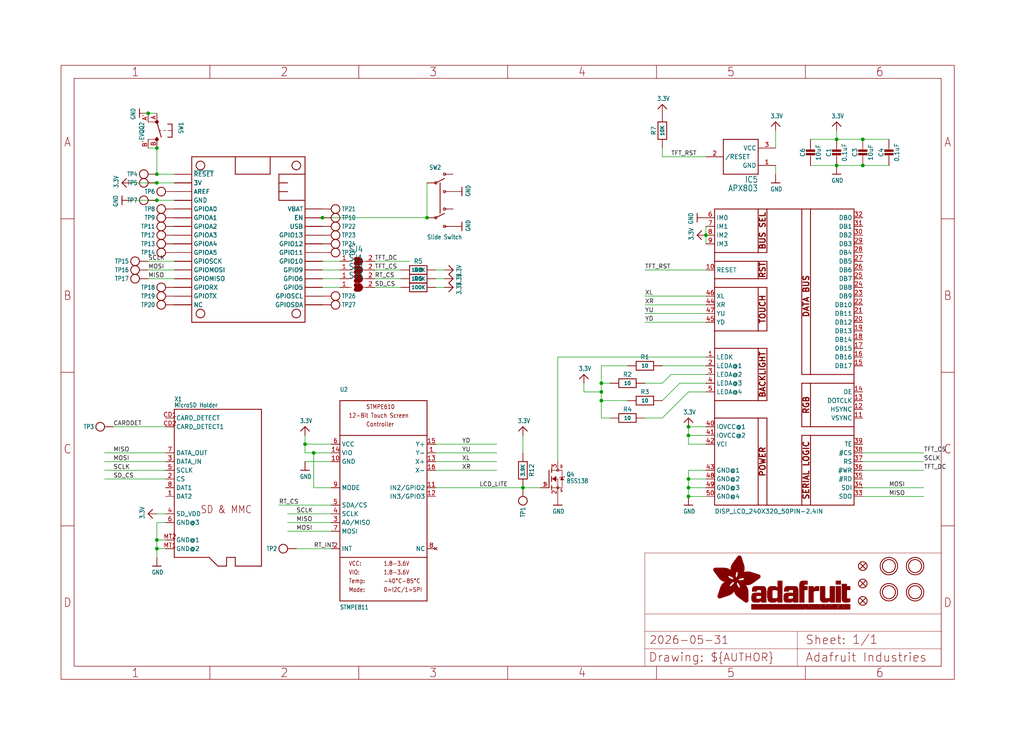
<source format=kicad_sch>
(kicad_sch (version 20230121) (generator eeschema)
  (paper "User" 298.45 217.322)
  (lib_symbols
    (symbol "working-eagle-import:3.3V" (power)
      (property "Value" "3.3V" (at -1.524 1.016 0))
      (symbol "3.3V_1_0"
        (pin power_in line (at 0 -2.54 90) (length 2.54) (name "3.3V") (number "1"))
      )
    )
    (symbol "working-eagle-import:AXP083-SAG"
      (property "Reference" "IC" (at -5.08 -7.62 0))
      (symbol "AXP083-SAG_1_0"
        (pin power_in line (at -10.16 -2.54 0) (length 5.08) (name "GND") (number "1"))
        (pin output line (at 10.16 0 180) (length 5.08) (name "/RESET") (number "2"))
        (pin power_in line (at -10.16 2.54 0) (length 5.08) (name "VCC") (number "3"))
      )
    )
    (symbol "working-eagle-import:CAP_CERAMIC0805-NOOUTLINE"
      (property "Reference" "C" (at -2.29 1.25 90))
      (symbol "CAP_CERAMIC0805-NOOUTLINE_1_0"
        (pin passive line (at 0 5.08 270) (length 2.54) (name "1") (number "1"))
        (pin passive line (at 0 -2.54 90) (length 2.54) (name "2") (number "2"))
      )
    )
    (symbol "working-eagle-import:DISP_LCD_240X320_50PIN-2.4IN"
      (symbol "DISP_LCD_240X320_50PIN-2.4IN_1_0"
        (text "BACKLIGHT" (at -6.35 -7.62 900) (effects (font (size 1.6764 1.6764) (thickness 0.3353) bold)))
        (text "BUS SEL" (at -6.35 34.29 900) (effects (font (size 1.6764 1.6764) (thickness 0.3353) bold)))
        (text "DATA BUS" (at 6.35 15.24 900) (effects (font (size 1.6764 1.6764) (thickness 0.3353) bold)))
        (text "POWER" (at -6.35 -33.02 900) (effects (font (size 1.6764 1.6764) (thickness 0.3353) bold)))
        (text "RGB" (at 6.35 -16.51 900) (effects (font (size 1.6764 1.6764) (thickness 0.3353) bold)))
        (text "RST" (at -6.35 22.86 900) (effects (font (size 1.6764 1.6764) (thickness 0.3353) bold)))
        (text "SERIAL LOGIC" (at 6.35 -35.56 900) (effects (font (size 1.6764 1.6764) (thickness 0.3353) bold)))
        (text "TOUCH" (at -6.35 11.43 900) (effects (font (size 1.6764 1.6764) (thickness 0.3353) bold)))
        (pin bidirectional line (at -22.86 -2.54 0) (length 2.54) (name "LEDK") (number "1"))
        (pin bidirectional line (at -22.86 22.86 0) (length 2.54) (name "RESET") (number "10"))
        (pin bidirectional line (at 22.86 -20.32 180) (length 2.54) (name "VSYNC") (number "11"))
        (pin bidirectional line (at 22.86 -17.78 180) (length 2.54) (name "HSYNC") (number "12"))
        (pin bidirectional line (at 22.86 -15.24 180) (length 2.54) (name "DOTCLK") (number "13"))
        (pin bidirectional line (at 22.86 -12.7 180) (length 2.54) (name "DE") (number "14"))
        (pin bidirectional line (at 22.86 -5.08 180) (length 2.54) (name "DB17") (number "15"))
        (pin bidirectional line (at 22.86 -2.54 180) (length 2.54) (name "DB16") (number "16"))
        (pin bidirectional line (at 22.86 0 180) (length 2.54) (name "DB15") (number "17"))
        (pin bidirectional line (at 22.86 2.54 180) (length 2.54) (name "DB14") (number "18"))
        (pin bidirectional line (at 22.86 5.08 180) (length 2.54) (name "DB13") (number "19"))
        (pin bidirectional line (at -22.86 -5.08 0) (length 2.54) (name "LEDA@1") (number "2"))
        (pin bidirectional line (at 22.86 7.62 180) (length 2.54) (name "DB12") (number "20"))
        (pin bidirectional line (at 22.86 10.16 180) (length 2.54) (name "DB11") (number "21"))
        (pin bidirectional line (at 22.86 12.7 180) (length 2.54) (name "DB10") (number "22"))
        (pin bidirectional line (at 22.86 15.24 180) (length 2.54) (name "DB9") (number "23"))
        (pin bidirectional line (at 22.86 17.78 180) (length 2.54) (name "DB8") (number "24"))
        (pin bidirectional line (at 22.86 20.32 180) (length 2.54) (name "DB7") (number "25"))
        (pin bidirectional line (at 22.86 22.86 180) (length 2.54) (name "DB6") (number "26"))
        (pin bidirectional line (at 22.86 25.4 180) (length 2.54) (name "DB5") (number "27"))
        (pin bidirectional line (at 22.86 27.94 180) (length 2.54) (name "DB4") (number "28"))
        (pin bidirectional line (at 22.86 30.48 180) (length 2.54) (name "DB3") (number "29"))
        (pin bidirectional line (at -22.86 -7.62 0) (length 2.54) (name "LEDA@2") (number "3"))
        (pin bidirectional line (at 22.86 33.02 180) (length 2.54) (name "DB2") (number "30"))
        (pin bidirectional line (at 22.86 35.56 180) (length 2.54) (name "DB1") (number "31"))
        (pin bidirectional line (at 22.86 38.1 180) (length 2.54) (name "DB0") (number "32"))
        (pin bidirectional line (at 22.86 -43.18 180) (length 2.54) (name "SDO") (number "33"))
        (pin bidirectional line (at 22.86 -40.64 180) (length 2.54) (name "SDI") (number "34"))
        (pin bidirectional line (at 22.86 -38.1 180) (length 2.54) (name "#RD") (number "35"))
        (pin bidirectional line (at 22.86 -35.56 180) (length 2.54) (name "#WR") (number "36"))
        (pin bidirectional line (at 22.86 -33.02 180) (length 2.54) (name "RS") (number "37"))
        (pin bidirectional line (at 22.86 -30.48 180) (length 2.54) (name "#CS") (number "38"))
        (pin bidirectional line (at 22.86 -27.94 180) (length 2.54) (name "TE") (number "39"))
        (pin bidirectional line (at -22.86 -10.16 0) (length 2.54) (name "LEDA@3") (number "4"))
        (pin bidirectional line (at -22.86 -22.86 0) (length 2.54) (name "IOVCC@1") (number "40"))
        (pin bidirectional line (at -22.86 -25.4 0) (length 2.54) (name "IOVCC@2") (number "41"))
        (pin bidirectional line (at -22.86 -27.94 0) (length 2.54) (name "VCI") (number "42"))
        (pin bidirectional line (at -22.86 -35.56 0) (length 2.54) (name "GND@1") (number "43"))
        (pin bidirectional line (at -22.86 12.7 0) (length 2.54) (name "XR") (number "44"))
        (pin bidirectional line (at -22.86 7.62 0) (length 2.54) (name "YD") (number "45"))
        (pin bidirectional line (at -22.86 15.24 0) (length 2.54) (name "XL") (number "46"))
        (pin bidirectional line (at -22.86 10.16 0) (length 2.54) (name "YU") (number "47"))
        (pin bidirectional line (at -22.86 -38.1 0) (length 2.54) (name "GND@2") (number "48"))
        (pin bidirectional line (at -22.86 -40.64 0) (length 2.54) (name "GND@3") (number "49"))
        (pin bidirectional line (at -22.86 -12.7 0) (length 2.54) (name "LEDA@4") (number "5"))
        (pin bidirectional line (at -22.86 -43.18 0) (length 2.54) (name "GND@4") (number "50"))
        (pin bidirectional line (at -22.86 38.1 0) (length 2.54) (name "IM0") (number "6"))
        (pin bidirectional line (at -22.86 35.56 0) (length 2.54) (name "IM1") (number "7"))
        (pin bidirectional line (at -22.86 33.02 0) (length 2.54) (name "IM2") (number "8"))
        (pin bidirectional line (at -22.86 30.48 0) (length 2.54) (name "IM3") (number "9"))
      )
    )
    (symbol "working-eagle-import:FEATHERWING_SMTDUAL"
      (symbol "FEATHERWING_SMTDUAL_1_0"
        (pin input line (at 5.08 -5.08 90) (length 5.08) (name "~{RESET}") (number "1"))
        (pin input line (at 5.08 -5.08 90) (length 5.08) (name "~{RESET}") (number "1'"))
        (pin bidirectional line (at 27.94 -5.08 90) (length 5.08) (name "GPIOA5") (number "10"))
        (pin bidirectional line (at 27.94 -5.08 90) (length 5.08) (name "GPIOA5") (number "10'"))
        (pin bidirectional line (at 30.48 -5.08 90) (length 5.08) (name "GPIOSCK") (number "11"))
        (pin bidirectional line (at 30.48 -5.08 90) (length 5.08) (name "GPIOSCK") (number "11'"))
        (pin bidirectional line (at 33.02 -5.08 90) (length 5.08) (name "GPIOMOSI") (number "12"))
        (pin bidirectional line (at 33.02 -5.08 90) (length 5.08) (name "GPIOMOSI") (number "12'"))
        (pin bidirectional line (at 35.56 -5.08 90) (length 5.08) (name "GPIOMISO") (number "13"))
        (pin bidirectional line (at 35.56 -5.08 90) (length 5.08) (name "GPIOMISO") (number "13'"))
        (pin bidirectional line (at 38.1 -5.08 90) (length 5.08) (name "GPIORX") (number "14"))
        (pin bidirectional line (at 38.1 -5.08 90) (length 5.08) (name "GPIORX") (number "14'"))
        (pin bidirectional line (at 40.64 -5.08 90) (length 5.08) (name "GPIOTX") (number "15"))
        (pin bidirectional line (at 40.64 -5.08 90) (length 5.08) (name "GPIOTX") (number "15'"))
        (pin passive line (at 43.18 -5.08 90) (length 5.08) (name "NC") (number "16"))
        (pin passive line (at 43.18 -5.08 90) (length 5.08) (name "NC") (number "16'"))
        (pin bidirectional line (at 43.18 38.1 270) (length 5.08) (name "GPIOSDA") (number "17"))
        (pin bidirectional line (at 43.18 38.1 270) (length 5.08) (name "GPIOSDA") (number "17'"))
        (pin bidirectional line (at 40.64 38.1 270) (length 5.08) (name "GPIOSCL") (number "18"))
        (pin bidirectional line (at 40.64 38.1 270) (length 5.08) (name "GPIOSCL") (number "18'"))
        (pin bidirectional line (at 38.1 38.1 270) (length 5.08) (name "GPIO5") (number "19"))
        (pin bidirectional line (at 38.1 38.1 270) (length 5.08) (name "GPIO5") (number "19'"))
        (pin power_in line (at 7.62 -5.08 90) (length 5.08) (name "3V") (number "2"))
        (pin power_in line (at 7.62 -5.08 90) (length 5.08) (name "3V") (number "2'"))
        (pin bidirectional line (at 35.56 38.1 270) (length 5.08) (name "GPIO6") (number "20"))
        (pin bidirectional line (at 35.56 38.1 270) (length 5.08) (name "GPIO6") (number "20'"))
        (pin bidirectional line (at 33.02 38.1 270) (length 5.08) (name "GPIO9") (number "21"))
        (pin bidirectional line (at 33.02 38.1 270) (length 5.08) (name "GPIO9") (number "21'"))
        (pin bidirectional line (at 30.48 38.1 270) (length 5.08) (name "GPIO10") (number "22"))
        (pin bidirectional line (at 30.48 38.1 270) (length 5.08) (name "GPIO10") (number "22'"))
        (pin bidirectional line (at 27.94 38.1 270) (length 5.08) (name "GPIO11") (number "23"))
        (pin bidirectional line (at 27.94 38.1 270) (length 5.08) (name "GPIO11") (number "23'"))
        (pin bidirectional line (at 25.4 38.1 270) (length 5.08) (name "GPIO12") (number "24"))
        (pin bidirectional line (at 25.4 38.1 270) (length 5.08) (name "GPIO12") (number "24'"))
        (pin bidirectional line (at 22.86 38.1 270) (length 5.08) (name "GPIO13") (number "25"))
        (pin bidirectional line (at 22.86 38.1 270) (length 5.08) (name "GPIO13") (number "25'"))
        (pin power_in line (at 20.32 38.1 270) (length 5.08) (name "USB") (number "26"))
        (pin power_in line (at 20.32 38.1 270) (length 5.08) (name "USB") (number "26'"))
        (pin passive line (at 17.78 38.1 270) (length 5.08) (name "EN") (number "27"))
        (pin passive line (at 17.78 38.1 270) (length 5.08) (name "EN") (number "27'"))
        (pin power_in line (at 15.24 38.1 270) (length 5.08) (name "VBAT") (number "28"))
        (pin power_in line (at 15.24 38.1 270) (length 5.08) (name "VBAT") (number "28'"))
        (pin passive line (at 10.16 -5.08 90) (length 5.08) (name "AREF") (number "3"))
        (pin passive line (at 10.16 -5.08 90) (length 5.08) (name "AREF") (number "3'"))
        (pin power_in line (at 12.7 -5.08 90) (length 5.08) (name "GND") (number "4"))
        (pin power_in line (at 12.7 -5.08 90) (length 5.08) (name "GND") (number "4'"))
        (pin bidirectional line (at 15.24 -5.08 90) (length 5.08) (name "GPIOA0") (number "5"))
        (pin bidirectional line (at 15.24 -5.08 90) (length 5.08) (name "GPIOA0") (number "5'"))
        (pin bidirectional line (at 17.78 -5.08 90) (length 5.08) (name "GPIOA1") (number "6"))
        (pin bidirectional line (at 17.78 -5.08 90) (length 5.08) (name "GPIOA1") (number "6'"))
        (pin bidirectional line (at 20.32 -5.08 90) (length 5.08) (name "GPIOA2") (number "7"))
        (pin bidirectional line (at 20.32 -5.08 90) (length 5.08) (name "GPIOA2") (number "7'"))
        (pin bidirectional line (at 22.86 -5.08 90) (length 5.08) (name "GPIOA3") (number "8"))
        (pin bidirectional line (at 22.86 -5.08 90) (length 5.08) (name "GPIOA3") (number "8'"))
        (pin bidirectional line (at 25.4 -5.08 90) (length 5.08) (name "GPIOA4") (number "9"))
        (pin bidirectional line (at 25.4 -5.08 90) (length 5.08) (name "GPIOA4") (number "9'"))
      )
    )
    (symbol "working-eagle-import:FIDUCIAL{dblquote}{dblquote}")
    (symbol "working-eagle-import:FRAME_A4_ADAFRUIT"
      (symbol "FRAME_A4_ADAFRUIT_1_0"
        (text "${#}/${##}" (at 230.505 10.16 0) (effects (font (size 2.54 2.54)) (justify left bottom)))
        (text "${AUTHOR}" (at 189.23 5.08 0) (effects (font (size 2.286 2.286)) (justify left bottom)))
        (text "${CURRENT_DATE}" (at 171.45 10.16 0) (effects (font (size 2.286 2.286)) (justify left bottom)))
        (text "${PROJECTNAME}" (at 171.45 15.24 0) (effects (font (size 2.54 2.54)) (justify left bottom)))
        (text "1" (at 21.6958 1.905 0) (effects (font (size 2.54 2.286))))
        (text "1" (at 21.6958 177.165 0) (effects (font (size 2.54 2.286))))
        (text "2" (at 65.0875 1.905 0) (effects (font (size 2.54 2.286))))
        (text "2" (at 65.0875 177.165 0) (effects (font (size 2.54 2.286))))
        (text "3" (at 108.4792 1.905 0) (effects (font (size 2.54 2.286))))
        (text "3" (at 108.4792 177.165 0) (effects (font (size 2.54 2.286))))
        (text "4" (at 151.8708 1.905 0) (effects (font (size 2.54 2.286))))
        (text "4" (at 151.8708 177.165 0) (effects (font (size 2.54 2.286))))
        (text "5" (at 195.2625 1.905 0) (effects (font (size 2.54 2.286))))
        (text "5" (at 195.2625 177.165 0) (effects (font (size 2.54 2.286))))
        (text "6" (at 238.6542 1.905 0) (effects (font (size 2.54 2.286))))
        (text "6" (at 238.6542 177.165 0) (effects (font (size 2.54 2.286))))
        (text "A" (at 1.905 156.6863 0) (effects (font (size 2.54 2.286))))
        (text "A" (at 258.445 156.6863 0) (effects (font (size 2.54 2.286))))
        (text "Adafruit Industries" (at 216.916 4.953 0) (effects (font (size 2.54 2.54)) (justify left bottom)))
        (text "B" (at 1.905 111.9188 0) (effects (font (size 2.54 2.286))))
        (text "B" (at 258.445 111.9188 0) (effects (font (size 2.54 2.286))))
        (text "C" (at 1.905 67.1513 0) (effects (font (size 2.54 2.286))))
        (text "C" (at 258.445 67.1513 0) (effects (font (size 2.54 2.286))))
        (text "D" (at 1.905 22.3838 0) (effects (font (size 2.54 2.286))))
        (text "D" (at 258.445 22.3838 0) (effects (font (size 2.54 2.286))))
        (text "Drawing:" (at 171.196 4.953 0) (effects (font (size 2.54 2.54)) (justify left bottom)))
        (text "Sheet:" (at 216.916 10.033 0) (effects (font (size 2.54 2.54)) (justify left bottom)))
      )
    )
    (symbol "working-eagle-import:GND" (power)
      (property "Value" "GND" (at -1.524 -2.54 0))
      (symbol "GND_1_0"
        (pin power_in line (at 0 2.54 270) (length 2.54) (name "GND") (number "1"))
      )
    )
    (symbol "working-eagle-import:MICROSD"
      (property "Reference" "X" (at -12.7 22.606 0))
      (symbol "MICROSD_1_0"
        (text "SD & MMC" (at -5.08 -10.16 0) (effects (font (size 2.1844 1.8567)) (justify left bottom)))
        (pin bidirectional line (at -15.24 -5.08 0) (length 2.54) (name "DAT2") (number "1"))
        (pin input line (at -15.24 0 0) (length 2.54) (name "CS") (number "2"))
        (pin input line (at -15.24 5.08 0) (length 2.54) (name "DATA_IN") (number "3"))
        (pin power_in line (at -15.24 -10.16 0) (length 2.54) (name "SD_VDD") (number "4"))
        (pin input line (at -15.24 2.54 0) (length 2.54) (name "SCLK") (number "5"))
        (pin power_in line (at -15.24 -12.7 0) (length 2.54) (name "GND@3") (number "6"))
        (pin output line (at -15.24 7.62 0) (length 2.54) (name "DATA_OUT") (number "7"))
        (pin bidirectional line (at -15.24 -2.54 0) (length 2.54) (name "DAT1") (number "8"))
        (pin passive line (at -15.24 17.78 0) (length 2.54) (name "CARD_DETECT") (number "CD1"))
        (pin passive line (at -15.24 15.24 0) (length 2.54) (name "CARD_DETECT1") (number "CD2"))
        (pin power_in line (at -15.24 -20.32 0) (length 2.54) (name "GND@2") (number "MT1"))
        (pin power_in line (at -15.24 -17.78 0) (length 2.54) (name "GND@1") (number "MT2"))
      )
    )
    (symbol "working-eagle-import:MOSFET-NWIDE"
      (property "Reference" "Q" (at 5.08 0.635 0))
      (symbol "MOSFET-NWIDE_1_0"
        (text "D" (at 3.175 3.175 0) (effects (font (size 0.8128 0.6908)) (justify left bottom)))
        (text "G" (at -1.27 -1.905 0) (effects (font (size 0.8128 0.6908)) (justify left bottom)))
        (text "S" (at 3.175 -3.81 0) (effects (font (size 0.8128 0.6908)) (justify left bottom)))
        (pin bidirectional line (at -2.54 -2.54 0) (length 2.54) (name "G") (number "1"))
        (pin bidirectional line (at 2.54 -5.08 90) (length 2.54) (name "S") (number "2"))
        (pin bidirectional line (at 2.54 5.08 270) (length 2.54) (name "D") (number "3"))
      )
    )
    (symbol "working-eagle-import:MOUNTINGHOLE2.5")
    (symbol "working-eagle-import:RESISTOR0805_NOOUTLINE"
      (property "Reference" "R" (at 0 2.54 0))
      (symbol "RESISTOR0805_NOOUTLINE_1_0"
        (pin passive line (at -5.08 0 0) (length 2.54) (name "1") (number "1"))
        (pin passive line (at 5.08 0 180) (length 2.54) (name "2") (number "2"))
      )
    )
    (symbol "working-eagle-import:SOLDERJUMPER_CLOSED"
      (property "Reference" "SJ" (at -2.54 2.54 0))
      (symbol "SOLDERJUMPER_CLOSED_1_0"
        (pin passive line (at -5.08 0 0) (length 2.54) (name "1") (number "1"))
        (pin passive line (at 5.08 0 180) (length 2.54) (name "2") (number "2"))
      )
    )
    (symbol "working-eagle-import:STMPE610"
      (property "Reference" "U" (at -12.7 33.02 0))
      (symbol "STMPE610_1_0"
        (text "-40°C-85°C" (at 0 -22.86 0) (effects (font (size 1.27 1.0795)) (justify left bottom)))
        (text "0=I2C/1=SPI" (at 0 -25.4 0) (effects (font (size 1.27 1.0795)) (justify left bottom)))
        (text "1.8-3.6V" (at 0 -20.32 0) (effects (font (size 1.27 1.0795)) (justify left bottom)))
        (text "1.8-3.6V" (at 0 -17.78 0) (effects (font (size 1.27 1.0795)) (justify left bottom)))
        (text "12-Bit Touch Screen" (at -10.16 25.4 0) (effects (font (size 1.27 1.0795)) (justify left bottom)))
        (text "Controller" (at -5.08 22.86 0) (effects (font (size 1.27 1.0795)) (justify left bottom)))
        (text "Mode:" (at -10.16 -25.4 0) (effects (font (size 1.27 1.0795)) (justify left bottom)))
        (text "STMPE610" (at -5.08 27.94 0) (effects (font (size 1.27 1.0795)) (justify left bottom)))
        (text "Temp:" (at -10.16 -22.86 0) (effects (font (size 1.27 1.0795)) (justify left bottom)))
        (text "VCC:" (at -10.16 -17.78 0) (effects (font (size 1.27 1.0795)) (justify left bottom)))
        (text "VIO:" (at -10.16 -20.32 0) (effects (font (size 1.27 1.0795)) (justify left bottom)))
        (pin input line (at 15.24 15.24 180) (length 2.54) (name "Y-") (number "1"))
        (pin power_in line (at -15.24 12.7 0) (length 2.54) (name "GND") (number "10"))
        (pin bidirectional line (at 15.24 5.08 180) (length 2.54) (name "IN2/GPIO2") (number "11"))
        (pin bidirectional line (at 15.24 2.54 180) (length 2.54) (name "IN3/GPIO3") (number "12"))
        (pin input line (at 15.24 12.7 180) (length 2.54) (name "X+") (number "13"))
        (pin power_in line (at -15.24 15.24 0) (length 2.54) (name "VIO") (number "14"))
        (pin input line (at 15.24 17.78 180) (length 2.54) (name "Y+") (number "15"))
        (pin input line (at 15.24 10.16 180) (length 2.54) (name "X-") (number "16"))
        (pin output line (at -15.24 -12.7 0) (length 2.54) (name "INT") (number "2"))
        (pin bidirectional line (at -15.24 -5.08 0) (length 2.54) (name "A0/MISO") (number "3"))
        (pin bidirectional line (at -15.24 -2.54 0) (length 2.54) (name "SCLK") (number "4"))
        (pin bidirectional line (at -15.24 0 0) (length 2.54) (name "SDA/CS") (number "5"))
        (pin power_in line (at -15.24 17.78 0) (length 2.54) (name "VCC") (number "6"))
        (pin input line (at -15.24 -7.62 0) (length 2.54) (name "MOSI") (number "7"))
        (pin no_connect line (at 15.24 -12.7 180) (length 2.54) (name "NC") (number "8"))
        (pin input line (at -15.24 5.08 0) (length 2.54) (name "MODE") (number "9"))
      )
    )
    (symbol "working-eagle-import:SWITCH_DPDTEG1390"
      (property "Reference" "SW" (at -4.445 8.89 0))
      (symbol "SWITCH_DPDTEG1390_1_0"
        (pin passive line (at 2.54 7.62 180) (length 2.54) (name "O1") (number "O1"))
        (pin passive line (at 2.54 -2.54 180) (length 2.54) (name "O2") (number "O2"))
        (pin passive line (at -5.08 5.08 0) (length 2.54) (name "P1") (number "P1"))
        (pin passive line (at -5.08 -5.08 0) (length 2.54) (name "P2") (number "P2"))
        (pin passive line (at 2.54 2.54 180) (length 2.54) (name "S1") (number "S1"))
        (pin passive line (at 2.54 -7.62 180) (length 2.54) (name "S2") (number "S2"))
      )
    )
    (symbol "working-eagle-import:SWITCH_TACT_SMT_EVQQ2_SMALL"
      (property "Reference" "SW" (at -2.54 6.35 0))
      (symbol "SWITCH_TACT_SMT_EVQQ2_SMALL_1_0"
        (pin passive line (at -5.08 0 0) (length 2.54) (name "P") (number "A"))
        (pin passive line (at -5.08 -2.54 0) (length 2.54) (name "P1") (number "A'"))
        (pin passive line (at 5.08 0 180) (length 2.54) (name "S") (number "B"))
        (pin passive line (at 5.08 -2.54 180) (length 2.54) (name "S1") (number "B'"))
      )
    )
    (symbol "working-eagle-import:TESTPOINTPAD2MM"
      (property "Reference" "TP" (at 0 5.588 90))
      (symbol "TESTPOINTPAD2MM_1_0"
        (pin bidirectional line (at 0 0 90) (length 2.54) (name "P$1") (number "P$1"))
      )
    )
  )
  (junction (at 152.4 142.24))
  (junction (at 45.72 160.02))
  (junction (at 45.72 53.34))
  (junction (at 45.72 58.42))
  (junction (at 251.46 48.26))
  (junction (at 205.74 68.58))
  (junction (at 43.18 33.02))
  (junction (at 200.66 144.78))
  (junction (at 124.46 63.5))
  (junction (at 45.72 43.18))
  (junction (at 243.84 40.64))
  (junction (at 200.66 139.7))
  (junction (at 45.72 157.48))
  (junction (at 93.98 63.5))
  (junction (at 45.72 50.8))
  (junction (at 175.26 116.84))
  (junction (at 200.66 124.46))
  (junction (at 88.9 129.54))
  (junction (at 251.46 40.64))
  (junction (at 200.66 127))
  (junction (at 91.44 132.08))
  (junction (at 175.26 111.76))
  (junction (at 243.84 48.26))
  (junction (at 175.26 114.3))
  (junction (at 200.66 142.24))
  (wire (pts (xy 48.26 160.02) (xy 45.72 160.02)) (stroke (width 0.1524)))
  (wire (pts (xy 45.72 152.4) (xy 45.72 157.48)) (stroke (width 0.1524)))
  (wire (pts (xy 187.96 111.76) (xy 193.04 111.76)) (stroke (width 0.1524)))
  (wire (pts (xy 193.04 106.68) (xy 205.74 106.68)) (stroke (width 0.1524)))
  (wire (pts (xy 45.72 50.8) (xy 50.8 50.8)) (stroke (width 0.1524)))
  (wire (pts (xy 200.66 137.16) (xy 200.66 139.7)) (stroke (width 0.1524)))
  (wire (pts (xy 205.74 124.46) (xy 200.66 124.46)) (stroke (width 0.1524)))
  (wire (pts (xy 50.8 81.28) (xy 43.18 81.28)) (stroke (width 0.1524)))
  (wire (pts (xy 96.52 154.94) (xy 83.82 154.94)) (stroke (width 0.1524)))
  (wire (pts (xy 45.72 43.18) (xy 45.72 50.8)) (stroke (width 0.1524)))
  (wire (pts (xy 175.26 121.92) (xy 175.26 116.84)) (stroke (width 0.1524)))
  (wire (pts (xy 200.66 139.7) (xy 200.66 142.24)) (stroke (width 0.1524)))
  (wire (pts (xy 226.06 48.26) (xy 226.06 50.8)) (stroke (width 0.1524)))
  (wire (pts (xy 99.06 76.2) (xy 93.98 76.2)) (stroke (width 0.1524)))
  (wire (pts (xy 175.26 116.84) (xy 182.88 116.84)) (stroke (width 0.1524)))
  (wire (pts (xy 200.66 124.46) (xy 200.66 127)) (stroke (width 0.1524)))
  (wire (pts (xy 109.22 76.2) (xy 119.38 76.2)) (stroke (width 0.1524)))
  (wire (pts (xy 109.22 81.28) (xy 116.84 81.28)) (stroke (width 0.1524)))
  (wire (pts (xy 83.82 149.86) (xy 96.52 149.86)) (stroke (width 0.1524)))
  (wire (pts (xy 175.26 114.3) (xy 175.26 111.76)) (stroke (width 0.1524)))
  (wire (pts (xy 198.12 111.76) (xy 205.74 111.76)) (stroke (width 0.1524)))
  (wire (pts (xy 205.74 137.16) (xy 200.66 137.16)) (stroke (width 0.1524)))
  (wire (pts (xy 38.1 58.42) (xy 45.72 58.42)) (stroke (width 0.1524)))
  (wire (pts (xy 200.66 142.24) (xy 200.66 144.78)) (stroke (width 0.1524)))
  (wire (pts (xy 88.9 134.62) (xy 96.52 134.62)) (stroke (width 0.1524)))
  (wire (pts (xy 127 132.08) (xy 144.78 132.08)) (stroke (width 0.1524)))
  (wire (pts (xy 205.74 88.9) (xy 187.96 88.9)) (stroke (width 0.1524)))
  (wire (pts (xy 200.66 114.3) (xy 205.74 114.3)) (stroke (width 0.1524)))
  (wire (pts (xy 251.46 132.08) (xy 269.24 132.08)) (stroke (width 0.1524)))
  (wire (pts (xy 251.46 40.64) (xy 243.84 40.64)) (stroke (width 0.1524)))
  (wire (pts (xy 175.26 116.84) (xy 175.26 114.3)) (stroke (width 0.1524)))
  (wire (pts (xy 259.08 48.26) (xy 251.46 48.26)) (stroke (width 0.1524)))
  (wire (pts (xy 45.72 157.48) (xy 48.26 157.48)) (stroke (width 0.1524)))
  (wire (pts (xy 45.72 58.42) (xy 50.8 58.42)) (stroke (width 0.1524)))
  (wire (pts (xy 48.26 149.86) (xy 45.72 149.86)) (stroke (width 0.1524)))
  (wire (pts (xy 48.26 152.4) (xy 45.72 152.4)) (stroke (width 0.1524)))
  (wire (pts (xy 170.18 111.76) (xy 170.18 114.3)) (stroke (width 0.1524)))
  (wire (pts (xy 205.74 91.44) (xy 187.96 91.44)) (stroke (width 0.1524)))
  (wire (pts (xy 96.52 142.24) (xy 91.44 142.24)) (stroke (width 0.1524)))
  (wire (pts (xy 99.06 78.74) (xy 93.98 78.74)) (stroke (width 0.1524)))
  (wire (pts (xy 170.18 114.3) (xy 175.26 114.3)) (stroke (width 0.1524)))
  (wire (pts (xy 99.06 83.82) (xy 93.98 83.82)) (stroke (width 0.1524)))
  (wire (pts (xy 48.26 137.16) (xy 30.48 137.16)) (stroke (width 0.1524)))
  (wire (pts (xy 243.84 48.26) (xy 236.22 48.26)) (stroke (width 0.1524)))
  (wire (pts (xy 96.52 160.02) (xy 86.36 160.02)) (stroke (width 0.1524)))
  (wire (pts (xy 251.46 40.64) (xy 259.08 40.64)) (stroke (width 0.1524)))
  (wire (pts (xy 177.8 111.76) (xy 175.26 111.76)) (stroke (width 0.1524)))
  (wire (pts (xy 175.26 111.76) (xy 175.26 106.68)) (stroke (width 0.1524)))
  (wire (pts (xy 129.54 78.74) (xy 127 78.74)) (stroke (width 0.1524)))
  (wire (pts (xy 91.44 132.08) (xy 88.9 132.08)) (stroke (width 0.1524)))
  (wire (pts (xy 45.72 160.02) (xy 45.72 157.48)) (stroke (width 0.1524)))
  (wire (pts (xy 124.46 63.5) (xy 124.46 53.34)) (stroke (width 0.1524)))
  (wire (pts (xy 45.72 160.02) (xy 45.72 162.56)) (stroke (width 0.1524)))
  (wire (pts (xy 88.9 129.54) (xy 96.52 129.54)) (stroke (width 0.1524)))
  (wire (pts (xy 45.72 53.34) (xy 50.8 53.34)) (stroke (width 0.1524)))
  (wire (pts (xy 193.04 45.72) (xy 193.04 43.18)) (stroke (width 0.1524)))
  (wire (pts (xy 152.4 142.24) (xy 157.48 142.24)) (stroke (width 0.1524)))
  (wire (pts (xy 81.28 147.32) (xy 96.52 147.32)) (stroke (width 0.1524)))
  (wire (pts (xy 200.66 144.78) (xy 205.74 144.78)) (stroke (width 0.1524)))
  (wire (pts (xy 99.06 81.28) (xy 93.98 81.28)) (stroke (width 0.1524)))
  (wire (pts (xy 50.8 76.2) (xy 43.18 76.2)) (stroke (width 0.1524)))
  (wire (pts (xy 48.26 134.62) (xy 30.48 134.62)) (stroke (width 0.1524)))
  (wire (pts (xy 177.8 121.92) (xy 175.26 121.92)) (stroke (width 0.1524)))
  (wire (pts (xy 43.18 43.18) (xy 45.72 43.18)) (stroke (width 0.1524)))
  (wire (pts (xy 200.66 142.24) (xy 205.74 142.24)) (stroke (width 0.1524)))
  (wire (pts (xy 251.46 134.62) (xy 269.24 134.62)) (stroke (width 0.1524)))
  (wire (pts (xy 251.46 137.16) (xy 269.24 137.16)) (stroke (width 0.1524)))
  (wire (pts (xy 226.06 43.18) (xy 226.06 38.1)) (stroke (width 0.1524)))
  (wire (pts (xy 45.72 33.02) (xy 43.18 33.02)) (stroke (width 0.1524)))
  (wire (pts (xy 187.96 121.92) (xy 193.04 121.92)) (stroke (width 0.1524)))
  (wire (pts (xy 116.84 83.82) (xy 109.22 83.82)) (stroke (width 0.1524)))
  (wire (pts (xy 205.74 129.54) (xy 200.66 129.54)) (stroke (width 0.1524)))
  (wire (pts (xy 162.56 104.14) (xy 205.74 104.14)) (stroke (width 0.1524)))
  (wire (pts (xy 162.56 104.14) (xy 162.56 134.62)) (stroke (width 0.1524)))
  (wire (pts (xy 48.26 124.46) (xy 33.02 124.46)) (stroke (width 0.1524)))
  (wire (pts (xy 152.4 132.08) (xy 152.4 127)) (stroke (width 0.1524)))
  (wire (pts (xy 243.84 38.1) (xy 243.84 40.64)) (stroke (width 0.1524)))
  (wire (pts (xy 205.74 68.58) (xy 205.74 71.12)) (stroke (width 0.1524)))
  (wire (pts (xy 129.54 81.28) (xy 127 81.28)) (stroke (width 0.1524)))
  (wire (pts (xy 251.46 144.78) (xy 269.24 144.78)) (stroke (width 0.1524)))
  (wire (pts (xy 93.98 63.5) (xy 124.46 63.5)) (stroke (width 0.1524)))
  (wire (pts (xy 195.58 109.22) (xy 205.74 109.22)) (stroke (width 0.1524)))
  (wire (pts (xy 200.66 127) (xy 205.74 127)) (stroke (width 0.1524)))
  (wire (pts (xy 243.84 48.26) (xy 251.46 48.26)) (stroke (width 0.1524)))
  (wire (pts (xy 205.74 93.98) (xy 187.96 93.98)) (stroke (width 0.1524)))
  (wire (pts (xy 116.84 78.74) (xy 109.22 78.74)) (stroke (width 0.1524)))
  (wire (pts (xy 127 134.62) (xy 144.78 134.62)) (stroke (width 0.1524)))
  (wire (pts (xy 30.48 139.7) (xy 48.26 139.7)) (stroke (width 0.1524)))
  (wire (pts (xy 127 137.16) (xy 144.78 137.16)) (stroke (width 0.1524)))
  (wire (pts (xy 251.46 142.24) (xy 269.24 142.24)) (stroke (width 0.1524)))
  (wire (pts (xy 193.04 111.76) (xy 195.58 109.22)) (stroke (width 0.1524)))
  (wire (pts (xy 193.04 121.92) (xy 200.66 114.3)) (stroke (width 0.1524)))
  (wire (pts (xy 96.52 132.08) (xy 91.44 132.08)) (stroke (width 0.1524)))
  (wire (pts (xy 129.54 83.82) (xy 127 83.82)) (stroke (width 0.1524)))
  (wire (pts (xy 38.1 53.34) (xy 45.72 53.34)) (stroke (width 0.1524)))
  (wire (pts (xy 127 129.54) (xy 144.78 129.54)) (stroke (width 0.1524)))
  (wire (pts (xy 187.96 78.74) (xy 205.74 78.74)) (stroke (width 0.1524)))
  (wire (pts (xy 205.74 139.7) (xy 200.66 139.7)) (stroke (width 0.1524)))
  (wire (pts (xy 200.66 129.54) (xy 200.66 127)) (stroke (width 0.1524)))
  (wire (pts (xy 205.74 45.72) (xy 193.04 45.72)) (stroke (width 0.1524)))
  (wire (pts (xy 236.22 40.64) (xy 243.84 40.64)) (stroke (width 0.1524)))
  (wire (pts (xy 205.74 66.04) (xy 205.74 68.58)) (stroke (width 0.1524)))
  (wire (pts (xy 193.04 116.84) (xy 198.12 111.76)) (stroke (width 0.1524)))
  (wire (pts (xy 88.9 129.54) (xy 88.9 132.08)) (stroke (width 0.1524)))
  (wire (pts (xy 205.74 86.36) (xy 187.96 86.36)) (stroke (width 0.1524)))
  (wire (pts (xy 91.44 142.24) (xy 91.44 132.08)) (stroke (width 0.1524)))
  (wire (pts (xy 43.18 78.74) (xy 50.8 78.74)) (stroke (width 0.1524)))
  (wire (pts (xy 175.26 106.68) (xy 182.88 106.68)) (stroke (width 0.1524)))
  (wire (pts (xy 88.9 127) (xy 88.9 129.54)) (stroke (width 0.1524)))
  (wire (pts (xy 83.82 152.4) (xy 96.52 152.4)) (stroke (width 0.1524)))
  (wire (pts (xy 30.48 132.08) (xy 48.26 132.08)) (stroke (width 0.1524)))
  (wire (pts (xy 127 142.24) (xy 152.4 142.24)) (stroke (width 0.1524)))
  (label "MISO" (at 259.08 144.78 0) (effects (font (size 1.2446 1.2446))))
  (label "SCLK" (at 269.24 134.62 0) (effects (font (size 1.2446 1.2446))))
  (label "MOSI" (at 86.36 154.94 0) (effects (font (size 1.2446 1.2446))))
  (label "SCLK" (at 33.02 137.16 0) (effects (font (size 1.2446 1.2446))))
  (label "RT_CS" (at 109.22 81.28 0) (effects (font (size 1.2446 1.2446))))
  (label "RT_CS" (at 81.28 147.32 0) (effects (font (size 1.2446 1.2446))))
  (label "XL" (at 134.62 134.62 0) (effects (font (size 1.2446 1.2446))))
  (label "RT_INT" (at 91.44 160.02 0) (effects (font (size 1.2446 1.2446))))
  (label "MOSI" (at 33.02 134.62 0) (effects (font (size 1.2446 1.2446))))
  (label "MISO" (at 86.36 152.4 0) (effects (font (size 1.2446 1.2446))))
  (label "YU" (at 187.96 91.44 0) (effects (font (size 1.2446 1.2446))))
  (label "YU" (at 134.62 132.08 0) (effects (font (size 1.2446 1.2446))))
  (label "MOSI" (at 259.08 142.24 0) (effects (font (size 1.2446 1.2446))))
  (label "TFT_DC" (at 109.22 76.2 0) (effects (font (size 1.2446 1.2446))))
  (label "TFT_RST" (at 195.58 45.72 0) (effects (font (size 1.2446 1.2446))))
  (label "SCLK" (at 43.18 76.2 0) (effects (font (size 1.2446 1.2446))))
  (label "MISO" (at 43.18 81.28 0) (effects (font (size 1.2446 1.2446))))
  (label "XR" (at 134.62 137.16 0) (effects (font (size 1.2446 1.2446))))
  (label "SCLK" (at 86.36 149.86 0) (effects (font (size 1.2446 1.2446))))
  (label "SD_CS" (at 109.22 83.82 0) (effects (font (size 1.2446 1.2446))))
  (label "TFT_CS" (at 109.22 78.74 0) (effects (font (size 1.2446 1.2446))))
  (label "XL" (at 187.96 86.36 0) (effects (font (size 1.2446 1.2446))))
  (label "TFT_RST" (at 187.96 78.74 0) (effects (font (size 1.2446 1.2446))))
  (label "TFT_CS" (at 269.24 132.08 0) (effects (font (size 1.2446 1.2446))))
  (label "MISO" (at 33.02 132.08 0) (effects (font (size 1.2446 1.2446))))
  (label "LCD_LITE" (at 139.7 142.24 0) (effects (font (size 1.2446 1.2446))))
  (label "TFT_DC" (at 269.24 137.16 0) (effects (font (size 1.2446 1.2446))))
  (label "XR" (at 187.96 88.9 0) (effects (font (size 1.2446 1.2446))))
  (label "MOSI" (at 43.18 78.74 0) (effects (font (size 1.2446 1.2446))))
  (label "SD_CS" (at 33.02 139.7 0) (effects (font (size 1.2446 1.2446))))
  (label "YD" (at 134.62 129.54 0) (effects (font (size 1.2446 1.2446))))
  (label "CARDDET" (at 33.02 124.46 0) (effects (font (size 1.2446 1.2446))))
  (label "YD" (at 187.96 93.98 0) (effects (font (size 1.2446 1.2446))))
  (symbol (lib_id "working-eagle-import:3.3V") (at 35.56 53.34 90) (unit 1)
    (property "Reference" "#U$3" (effects hide))
    (property "Value" "3.3V" (at 34.544 54.864 0) (effects (font (size 1.27 1.0795)) (justify left bottom)))
  )
  (symbol (lib_id "working-eagle-import:TESTPOINTPAD2MM") (at 45.72 53.34 90) (unit 1)
    (property "Reference" "TP5" (at 40.132 53.34 90) (effects (font (size 1.27 1.0795)) (justify left)))
    (property "Value" "TESTPOINTPAD2MM" (effects hide))
    (property "Footprint" "working:TESTPOINT_PAD_2MM" (effects hide))
  )
  (symbol (lib_id "working-eagle-import:FIDUCIAL{dblquote}{dblquote}") (at 251.46 170.18 0) (unit 1)
    (property "Reference" "FID2" (effects hide))
    (property "Value" "FIDUCIAL{dblquote}{dblquote}" (effects hide))
    (property "Footprint" "working:FIDUCIAL_1MM" (effects hide))
  )
  (symbol (lib_id "working-eagle-import:3.3V") (at 170.18 109.22 0) (unit 1)
    (property "Reference" "#U$8" (effects hide))
    (property "Value" "3.3V" (at 168.656 108.204 0) (effects (font (size 1.27 1.0795)) (justify left bottom)))
  )
  (symbol (lib_id "working-eagle-import:TESTPOINTPAD2MM") (at 50.8 73.66 90) (unit 1)
    (property "Reference" "TP14" (at 45.212 73.66 90) (effects (font (size 1.27 1.0795)) (justify left)))
    (property "Value" "TESTPOINTPAD2MM" (effects hide))
    (property "Footprint" "working:TESTPOINT_PAD_2MM" (effects hide))
  )
  (symbol (lib_id "working-eagle-import:TESTPOINTPAD2MM") (at 93.98 71.12 270) (unit 1)
    (property "Reference" "TP24" (at 99.568 71.12 90) (effects (font (size 1.27 1.0795)) (justify left)))
    (property "Value" "TESTPOINTPAD2MM" (effects hide))
    (property "Footprint" "working:TESTPOINT_PAD_2MM" (effects hide))
  )
  (symbol (lib_id "working-eagle-import:TESTPOINTPAD2MM") (at 50.8 88.9 90) (unit 1)
    (property "Reference" "TP20" (at 45.212 88.9 90) (effects (font (size 1.27 1.0795)) (justify left)))
    (property "Value" "TESTPOINTPAD2MM" (effects hide))
    (property "Footprint" "working:TESTPOINT_PAD_2MM" (effects hide))
  )
  (symbol (lib_id "working-eagle-import:GND") (at 162.56 147.32 0) (unit 1)
    (property "Reference" "#U$20" (effects hide))
    (property "Value" "GND" (at 161.036 149.86 0) (effects (font (size 1.27 1.0795)) (justify left bottom)))
  )
  (symbol (lib_id "working-eagle-import:MOUNTINGHOLE2.5") (at 266.7 172.72 0) (unit 1)
    (property "Reference" "U$9" (effects hide))
    (property "Value" "MOUNTINGHOLE2.5" (effects hide))
    (property "Footprint" "working:MOUNTINGHOLE_2.5_PLATED" (effects hide))
  )
  (symbol (lib_id "working-eagle-import:MICROSD") (at 63.5 139.7 0) (unit 1)
    (property "Reference" "X1" (at 50.8 117.094 0) (effects (font (size 1.27 1.0795)) (justify left bottom)))
    (property "Value" "MicroSD Holder" (at 50.8 118.872 0) (effects (font (size 1.27 1.0795)) (justify left bottom)))
    (property "Footprint" "working:MICROSD" (effects hide))
  )
  (symbol (lib_id "working-eagle-import:3.3V") (at 243.84 35.56 0) (unit 1)
    (property "Reference" "#U$32" (effects hide))
    (property "Value" "3.3V" (at 242.316 34.544 0) (effects (font (size 1.27 1.0795)) (justify left bottom)))
  )
  (symbol (lib_id "working-eagle-import:TESTPOINTPAD2MM") (at 50.8 86.36 90) (unit 1)
    (property "Reference" "TP19" (at 45.212 86.36 90) (effects (font (size 1.27 1.0795)) (justify left)))
    (property "Value" "TESTPOINTPAD2MM" (effects hide))
    (property "Footprint" "working:TESTPOINT_PAD_2MM" (effects hide))
  )
  (symbol (lib_id "working-eagle-import:3.3V") (at 226.06 35.56 0) (unit 1)
    (property "Reference" "#U$31" (effects hide))
    (property "Value" "3.3V" (at 224.536 34.544 0) (effects (font (size 1.27 1.0795)) (justify left bottom)))
  )
  (symbol (lib_id "working-eagle-import:TESTPOINTPAD2MM") (at 50.8 66.04 90) (unit 1)
    (property "Reference" "TP11" (at 45.212 66.04 90) (effects (font (size 1.27 1.0795)) (justify left)))
    (property "Value" "TESTPOINTPAD2MM" (effects hide))
    (property "Footprint" "working:TESTPOINT_PAD_2MM" (effects hide))
  )
  (symbol (lib_id "working-eagle-import:RESISTOR0805_NOOUTLINE") (at 121.92 78.74 0) (unit 1)
    (property "Reference" "R5" (at 121.92 76.2 0))
    (property "Value" "100K" (at 121.92 78.74 0) (effects (font (size 1.016 1.016) bold)))
    (property "Footprint" "working:0805-NO" (effects hide))
  )
  (symbol (lib_id "working-eagle-import:CAP_CERAMIC0805-NOOUTLINE") (at 236.22 45.72 0) (unit 1)
    (property "Reference" "C6" (at 233.93 44.47 90))
    (property "Value" "10uF" (at 238.52 44.47 90))
    (property "Footprint" "working:0805-NO" (effects hide))
  )
  (symbol (lib_id "working-eagle-import:TESTPOINTPAD2MM") (at 50.8 68.58 90) (unit 1)
    (property "Reference" "TP12" (at 45.212 68.58 90) (effects (font (size 1.27 1.0795)) (justify left)))
    (property "Value" "TESTPOINTPAD2MM" (effects hide))
    (property "Footprint" "working:TESTPOINT_PAD_2MM" (effects hide))
  )
  (symbol (lib_id "working-eagle-import:GND") (at 40.64 33.02 270) (unit 1)
    (property "Reference" "#U$7" (effects hide))
    (property "Value" "GND" (at 38.1 31.496 0) (effects (font (size 1.27 1.0795)) (justify left bottom)))
  )
  (symbol (lib_id "working-eagle-import:3.3V") (at 88.9 124.46 0) (unit 1)
    (property "Reference" "#U$28" (effects hide))
    (property "Value" "3.3V" (at 87.376 123.444 0) (effects (font (size 1.27 1.0795)) (justify left bottom)))
  )
  (symbol (lib_id "working-eagle-import:TESTPOINTPAD2MM") (at 50.8 83.82 90) (unit 1)
    (property "Reference" "TP18" (at 45.212 83.82 90) (effects (font (size 1.27 1.0795)) (justify left)))
    (property "Value" "TESTPOINTPAD2MM" (effects hide))
    (property "Footprint" "working:TESTPOINT_PAD_2MM" (effects hide))
  )
  (symbol (lib_id "working-eagle-import:GND") (at 88.9 137.16 0) (unit 1)
    (property "Reference" "#U$13" (effects hide))
    (property "Value" "GND" (at 87.376 139.7 0) (effects (font (size 1.27 1.0795)) (justify left bottom)))
  )
  (symbol (lib_id "working-eagle-import:TESTPOINTPAD2MM") (at 50.8 63.5 90) (unit 1)
    (property "Reference" "TP9" (at 45.212 63.5 90) (effects (font (size 1.27 1.0795)) (justify left)))
    (property "Value" "TESTPOINTPAD2MM" (effects hide))
    (property "Footprint" "working:TESTPOINT_PAD_2MM" (effects hide))
  )
  (symbol (lib_id "working-eagle-import:RESISTOR0805_NOOUTLINE") (at 121.92 83.82 0) (unit 1)
    (property "Reference" "R6" (at 121.92 81.28 0))
    (property "Value" "100K" (at 121.92 83.82 0) (effects (font (size 1.016 1.016) bold)))
    (property "Footprint" "working:0805-NO" (effects hide))
  )
  (symbol (lib_id "working-eagle-import:STMPE610") (at 111.76 147.32 0) (unit 1)
    (property "Reference" "U2" (at 99.06 114.3 0) (effects (font (size 1.27 1.0795)) (justify left bottom)))
    (property "Value" "STMPE811" (at 99.06 177.8 0) (effects (font (size 1.27 1.0795)) (justify left bottom)))
    (property "Footprint" "working:QFN16_3MM" (effects hide))
  )
  (symbol (lib_id "working-eagle-import:TESTPOINTPAD2MM") (at 43.18 78.74 90) (unit 1)
    (property "Reference" "TP16" (at 37.592 78.74 90) (effects (font (size 1.27 1.0795)) (justify left)))
    (property "Value" "TESTPOINTPAD2MM" (effects hide))
    (property "Footprint" "working:TESTPOINT_PAD_2MM" (effects hide))
  )
  (symbol (lib_id "working-eagle-import:TESTPOINTPAD2MM") (at 33.02 124.46 90) (unit 1)
    (property "Reference" "TP3" (at 27.432 124.46 90) (effects (font (size 1.27 1.0795)) (justify left)))
    (property "Value" "TESTPOINTPAD2MM" (effects hide))
    (property "Footprint" "working:TESTPOINT_PAD_2MM" (effects hide))
  )
  (symbol (lib_id "working-eagle-import:FRAME_A4_ADAFRUIT") (at 17.78 198.12 0) (unit 1)
    (property "Reference" "#U$25" (effects hide))
    (property "Value" "FRAME_A4_ADAFRUIT" (effects hide))
  )
  (symbol (lib_id "working-eagle-import:CAP_CERAMIC0805-NOOUTLINE") (at 251.46 45.72 0) (unit 1)
    (property "Reference" "C3" (at 249.17 44.47 90))
    (property "Value" "10uF" (at 253.76 44.47 90))
    (property "Footprint" "working:0805-NO" (effects hide))
  )
  (symbol (lib_id "working-eagle-import:CAP_CERAMIC0805-NOOUTLINE") (at 243.84 45.72 0) (unit 1)
    (property "Reference" "C1" (at 241.55 44.47 90))
    (property "Value" "0.1uF" (at 246.14 44.47 90))
    (property "Footprint" "working:0805-NO" (effects hide))
  )
  (symbol (lib_id "working-eagle-import:FIDUCIAL{dblquote}{dblquote}") (at 251.46 175.26 0) (unit 1)
    (property "Reference" "FID1" (effects hide))
    (property "Value" "FIDUCIAL{dblquote}{dblquote}" (effects hide))
    (property "Footprint" "working:FIDUCIAL_1MM" (effects hide))
  )
  (symbol (lib_id "working-eagle-import:3.3V") (at 132.08 78.74 270) (unit 1)
    (property "Reference" "#U$33" (effects hide))
    (property "Value" "3.3V" (at 133.096 77.216 0) (effects (font (size 1.27 1.0795)) (justify left bottom)))
  )
  (symbol (lib_id "working-eagle-import:CAP_CERAMIC0805-NOOUTLINE") (at 259.08 45.72 0) (unit 1)
    (property "Reference" "C4" (at 256.79 44.47 90))
    (property "Value" "0.1uF" (at 261.38 44.47 90))
    (property "Footprint" "working:0805-NO" (effects hide))
  )
  (symbol (lib_id "working-eagle-import:3.3V") (at 132.08 81.28 270) (unit 1)
    (property "Reference" "#U$19" (effects hide))
    (property "Value" "3.3V" (at 133.096 79.756 0) (effects (font (size 1.27 1.0795)) (justify left bottom)))
  )
  (symbol (lib_id "working-eagle-import:GND") (at 134.62 66.04 90) (unit 1)
    (property "Reference" "#U$23" (effects hide))
    (property "Value" "GND" (at 137.16 67.564 0) (effects (font (size 1.27 1.0795)) (justify left bottom)))
  )
  (symbol (lib_id "working-eagle-import:RESISTOR0805_NOOUTLINE") (at 182.88 111.76 0) (unit 1)
    (property "Reference" "R2" (at 182.88 109.22 0))
    (property "Value" "10" (at 182.88 111.76 0) (effects (font (size 1.016 1.016) bold)))
    (property "Footprint" "working:0805-NO" (effects hide))
  )
  (symbol (lib_id "working-eagle-import:FIDUCIAL{dblquote}{dblquote}") (at 251.46 165.1 0) (unit 1)
    (property "Reference" "FID3" (effects hide))
    (property "Value" "FIDUCIAL{dblquote}{dblquote}" (effects hide))
    (property "Footprint" "working:FIDUCIAL_1MM" (effects hide))
  )
  (symbol (lib_id "working-eagle-import:TESTPOINTPAD2MM") (at 86.36 160.02 90) (unit 1)
    (property "Reference" "TP2" (at 80.772 160.02 90) (effects (font (size 1.27 1.0795)) (justify left)))
    (property "Value" "TESTPOINTPAD2MM" (effects hide))
    (property "Footprint" "working:TESTPOINT_PAD_2MM" (effects hide))
  )
  (symbol (lib_id "working-eagle-import:TESTPOINTPAD2MM") (at 93.98 88.9 270) (unit 1)
    (property "Reference" "TP27" (at 99.568 88.9 90) (effects (font (size 1.27 1.0795)) (justify left)))
    (property "Value" "TESTPOINTPAD2MM" (effects hide))
    (property "Footprint" "working:TESTPOINT_PAD_2MM" (effects hide))
  )
  (symbol (lib_id "working-eagle-import:SOLDERJUMPER_CLOSED") (at 104.14 78.74 0) (unit 1)
    (property "Reference" "SJ1" (at 101.6 76.2 0) (effects (font (size 1.778 1.5113)) (justify left bottom)))
    (property "Value" "SOLDERJUMPER_CLOSED" (effects hide))
    (property "Footprint" "working:SOLDERJUMPER_CLOSEDWIRE" (effects hide))
  )
  (symbol (lib_id "working-eagle-import:SWITCH_TACT_SMT_EVQQ2_SMALL") (at 45.72 38.1 270) (unit 1)
    (property "Reference" "SW1" (at 52.07 35.56 0) (effects (font (size 1.27 1.0795)) (justify left bottom)))
    (property "Value" "EVQQ2" (at 40.64 35.56 0) (effects (font (size 1.27 1.0795)) (justify left bottom)))
    (property "Footprint" "working:EVQ-Q2_SMALLER" (effects hide))
  )
  (symbol (lib_id "working-eagle-import:MOUNTINGHOLE2.5") (at 259.08 172.72 0) (unit 1)
    (property "Reference" "U$17" (effects hide))
    (property "Value" "MOUNTINGHOLE2.5" (effects hide))
    (property "Footprint" "working:MOUNTINGHOLE_2.5_PLATED" (effects hide))
  )
  (symbol (lib_id "working-eagle-import:SOLDERJUMPER_CLOSED") (at 104.14 83.82 0) (unit 1)
    (property "Reference" "SJ3" (at 101.6 81.28 0) (effects (font (size 1.778 1.5113)) (justify left bottom)))
    (property "Value" "SOLDERJUMPER_CLOSED" (effects hide))
    (property "Footprint" "working:SOLDERJUMPER_CLOSEDWIRE" (effects hide))
  )
  (symbol (lib_id "working-eagle-import:MOSFET-NWIDE") (at 160.02 139.7 0) (unit 1)
    (property "Reference" "Q4" (at 165.1 139.065 0) (effects (font (size 1.27 1.0795)) (justify left bottom)))
    (property "Value" "BSS138" (at 165.1 140.97 0) (effects (font (size 1.27 1.0795)) (justify left bottom)))
    (property "Footprint" "working:SOT23-WIDE" (effects hide))
  )
  (symbol (lib_id "working-eagle-import:TESTPOINTPAD2MM") (at 93.98 86.36 270) (unit 1)
    (property "Reference" "TP26" (at 99.568 86.36 90) (effects (font (size 1.27 1.0795)) (justify left)))
    (property "Value" "TESTPOINTPAD2MM" (effects hide))
    (property "Footprint" "working:TESTPOINT_PAD_2MM" (effects hide))
  )
  (symbol (lib_id "working-eagle-import:GND") (at 243.84 50.8 0) (unit 1)
    (property "Reference" "#U$4" (effects hide))
    (property "Value" "GND" (at 242.316 53.34 0) (effects (font (size 1.27 1.0795)) (justify left bottom)))
  )
  (symbol (lib_id "working-eagle-import:TESTPOINTPAD2MM") (at 93.98 63.5 270) (unit 1)
    (property "Reference" "TP10" (at 99.568 63.5 90) (effects (font (size 1.27 1.0795)) (justify left)))
    (property "Value" "TESTPOINTPAD2MM" (effects hide))
    (property "Footprint" "working:TESTPOINT_PAD_2MM" (effects hide))
  )
  (symbol (lib_id "working-eagle-import:FEATHERWING_SMTDUAL") (at 55.88 45.72 270) (unit 1)
    (property "Reference" "MS2" (effects hide))
    (property "Value" "FEATHERWING_SMTDUAL" (effects hide))
    (property "Footprint" "working:FEATHERWING_SMT2" (effects hide))
  )
  (symbol (lib_id "working-eagle-import:RESISTOR0805_NOOUTLINE") (at 121.92 81.28 0) (unit 1)
    (property "Reference" "R8" (at 121.92 78.74 0))
    (property "Value" "100K" (at 121.92 81.28 0) (effects (font (size 1.016 1.016) bold)))
    (property "Footprint" "working:0805-NO" (effects hide))
  )
  (symbol (lib_id "working-eagle-import:3.3V") (at 132.08 83.82 270) (unit 1)
    (property "Reference" "#U$16" (effects hide))
    (property "Value" "3.3V" (at 133.096 82.296 0) (effects (font (size 1.27 1.0795)) (justify left bottom)))
  )
  (symbol (lib_id "working-eagle-import:TESTPOINTPAD2MM") (at 93.98 60.96 270) (unit 1)
    (property "Reference" "TP21" (at 99.568 60.96 90) (effects (font (size 1.27 1.0795)) (justify left)))
    (property "Value" "TESTPOINTPAD2MM" (effects hide))
    (property "Footprint" "working:TESTPOINT_PAD_2MM" (effects hide))
  )
  (symbol (lib_id "working-eagle-import:SWITCH_DPDTEG1390") (at 129.54 58.42 0) (unit 1)
    (property "Reference" "SW2" (at 125.095 49.53 0) (effects (font (size 1.27 1.0795)) (justify left bottom)))
    (property "Value" "Slide Switch" (at 124.46 69.85 0) (effects (font (size 1.27 1.0795)) (justify left bottom)))
    (property "Footprint" "working:EG1390" (effects hide))
  )
  (symbol (lib_id "working-eagle-import:TESTPOINTPAD2MM") (at 50.8 55.88 90) (unit 1)
    (property "Reference" "TP6" (at 45.212 55.88 90) (effects (font (size 1.27 1.0795)) (justify left)))
    (property "Value" "TESTPOINTPAD2MM" (effects hide))
    (property "Footprint" "working:TESTPOINT_PAD_2MM" (effects hide))
  )
  (symbol (lib_id "working-eagle-import:RESISTOR0805_NOOUTLINE") (at 152.4 137.16 270) (unit 1)
    (property "Reference" "R12" (at 154.94 137.16 0))
    (property "Value" "3.9K" (at 152.4 137.16 0) (effects (font (size 1.016 1.016) bold)))
    (property "Footprint" "working:0805-NO" (effects hide))
  )
  (symbol (lib_id "working-eagle-import:GND") (at 134.62 55.88 90) (unit 1)
    (property "Reference" "#U$26" (effects hide))
    (property "Value" "GND" (at 137.16 57.404 0) (effects (font (size 1.27 1.0795)) (justify left bottom)))
  )
  (symbol (lib_id "working-eagle-import:3.3V") (at 200.66 121.92 0) (unit 1)
    (property "Reference" "#U$24" (effects hide))
    (property "Value" "3.3V" (at 199.136 120.904 0) (effects (font (size 1.27 1.0795)) (justify left bottom)))
  )
  (symbol (lib_id "working-eagle-import:TESTPOINTPAD2MM") (at 45.72 50.8 90) (unit 1)
    (property "Reference" "TP4" (at 40.132 50.8 90) (effects (font (size 1.27 1.0795)) (justify left)))
    (property "Value" "TESTPOINTPAD2MM" (effects hide))
    (property "Footprint" "working:TESTPOINT_PAD_2MM" (effects hide))
  )
  (symbol (lib_id "working-eagle-import:MOUNTINGHOLE2.5") (at 259.08 165.1 0) (unit 1)
    (property "Reference" "U$15" (effects hide))
    (property "Value" "MOUNTINGHOLE2.5" (effects hide))
    (property "Footprint" "working:MOUNTINGHOLE_2.5_PLATED" (effects hide))
  )
  (symbol (lib_id "working-eagle-import:TESTPOINTPAD2MM") (at 93.98 73.66 270) (unit 1)
    (property "Reference" "TP25" (at 99.568 73.66 90) (effects (font (size 1.27 1.0795)) (justify left)))
    (property "Value" "TESTPOINTPAD2MM" (effects hide))
    (property "Footprint" "working:TESTPOINT_PAD_2MM" (effects hide))
  )
  (symbol (lib_id "working-eagle-import:TESTPOINTPAD2MM") (at 93.98 66.04 270) (unit 1)
    (property "Reference" "TP22" (at 99.568 66.04 90) (effects (font (size 1.27 1.0795)) (justify left)))
    (property "Value" "TESTPOINTPAD2MM" (effects hide))
    (property "Footprint" "working:TESTPOINT_PAD_2MM" (effects hide))
  )
  (symbol (lib_id "working-eagle-import:TESTPOINTPAD2MM") (at 152.4 142.24 180) (unit 1)
    (property "Reference" "TP1" (at 152.4 147.828 90) (effects (font (size 1.27 1.0795)) (justify left)))
    (property "Value" "TESTPOINTPAD2MM" (effects hide))
    (property "Footprint" "working:TESTPOINT_PAD_2MM" (effects hide))
  )
  (symbol (lib_id "working-eagle-import:RESISTOR0805_NOOUTLINE") (at 187.96 106.68 0) (unit 1)
    (property "Reference" "R1" (at 187.96 104.14 0))
    (property "Value" "10" (at 187.96 106.68 0) (effects (font (size 1.016 1.016) bold)))
    (property "Footprint" "working:0805-NO" (effects hide))
  )
  (symbol (lib_id "working-eagle-import:TESTPOINTPAD2MM") (at 50.8 60.96 90) (unit 1)
    (property "Reference" "TP8" (at 45.212 60.96 90) (effects (font (size 1.27 1.0795)) (justify left)))
    (property "Value" "TESTPOINTPAD2MM" (effects hide))
    (property "Footprint" "working:TESTPOINT_PAD_2MM" (effects hide))
  )
  (symbol (lib_id "working-eagle-import:3.3V") (at 43.18 149.86 90) (unit 1)
    (property "Reference" "#U$22" (effects hide))
    (property "Value" "3.3V" (at 42.164 151.384 0) (effects (font (size 1.27 1.0795)) (justify left bottom)))
  )
  (symbol (lib_id "working-eagle-import:TESTPOINTPAD2MM") (at 45.72 58.42 90) (unit 1)
    (property "Reference" "TP7" (at 40.132 58.42 90) (effects (font (size 1.27 1.0795)) (justify left)))
    (property "Value" "TESTPOINTPAD2MM" (effects hide))
    (property "Footprint" "working:TESTPOINT_PAD_2MM" (effects hide))
  )
  (symbol (lib_id "working-eagle-import:GND") (at 203.2 63.5 270) (unit 1)
    (property "Reference" "#U$5" (effects hide))
    (property "Value" "GND" (at 200.66 61.976 0) (effects (font (size 1.27 1.0795)) (justify left bottom)))
  )
  (symbol (lib_id "working-eagle-import:TESTPOINTPAD2MM") (at 93.98 68.58 270) (unit 1)
    (property "Reference" "TP23" (at 99.568 68.58 90) (effects (font (size 1.27 1.0795)) (justify left)))
    (property "Value" "TESTPOINTPAD2MM" (effects hide))
    (property "Footprint" "working:TESTPOINT_PAD_2MM" (effects hide))
  )
  (symbol (lib_id "working-eagle-import:3.3V") (at 203.2 68.58 90) (unit 1)
    (property "Reference" "#U$2" (effects hide))
    (property "Value" "3.3V" (at 202.184 70.104 0) (effects (font (size 1.27 1.0795)) (justify left bottom)))
  )
  (symbol (lib_id "working-eagle-import:GND") (at 45.72 165.1 0) (unit 1)
    (property "Reference" "#U$18" (effects hide))
    (property "Value" "GND" (at 44.196 167.64 0) (effects (font (size 1.27 1.0795)) (justify left bottom)))
  )
  (symbol (lib_id "working-eagle-import:DISP_LCD_240X320_50PIN-2.4IN") (at 228.6 101.6 0) (unit 1)
    (property "Reference" "U$10" (effects hide))
    (property "Value" "DISP_LCD_240X320_50PIN-2.4IN" (at 208.28 149.86 0) (effects (justify left bottom)))
    (property "Footprint" "working:TFT_2.4IN_240X320_50PIN" (effects hide))
  )
  (symbol (lib_id "working-eagle-import:MOUNTINGHOLE2.5") (at 266.7 165.1 0) (unit 1)
    (property "Reference" "U$11" (effects hide))
    (property "Value" "MOUNTINGHOLE2.5" (effects hide))
    (property "Footprint" "working:MOUNTINGHOLE_2.5_PLATED" (effects hide))
  )
  (symbol (lib_id "working-eagle-import:GND") (at 226.06 53.34 0) (unit 1)
    (property "Reference" "#U$12" (effects hide))
    (property "Value" "GND" (at 224.536 55.88 0) (effects (font (size 1.27 1.0795)) (justify left bottom)))
  )
  (symbol (lib_id "working-eagle-import:TESTPOINTPAD2MM") (at 43.18 81.28 90) (unit 1)
    (property "Reference" "TP17" (at 37.592 81.28 90) (effects (font (size 1.27 1.0795)) (justify left)))
    (property "Value" "TESTPOINTPAD2MM" (effects hide))
    (property "Footprint" "working:TESTPOINT_PAD_2MM" (effects hide))
  )
  (symbol (lib_id "working-eagle-import:RESISTOR0805_NOOUTLINE") (at 182.88 121.92 0) (unit 1)
    (property "Reference" "R4" (at 182.88 119.38 0))
    (property "Value" "10" (at 182.88 121.92 0) (effects (font (size 1.016 1.016) bold)))
    (property "Footprint" "working:0805-NO" (effects hide))
  )
  (symbol (lib_id "working-eagle-import:RESISTOR0805_NOOUTLINE") (at 187.96 116.84 0) (unit 1)
    (property "Reference" "R3" (at 187.96 114.3 0))
    (property "Value" "10" (at 187.96 116.84 0) (effects (font (size 1.016 1.016) bold)))
    (property "Footprint" "working:0805-NO" (effects hide))
  )
  (symbol (lib_id "working-eagle-import:TESTPOINTPAD2MM") (at 50.8 71.12 90) (unit 1)
    (property "Reference" "TP13" (at 45.212 71.12 90) (effects (font (size 1.27 1.0795)) (justify left)))
    (property "Value" "TESTPOINTPAD2MM" (effects hide))
    (property "Footprint" "working:TESTPOINT_PAD_2MM" (effects hide))
  )
  (symbol (lib_id "working-eagle-import:3.3V") (at 193.04 30.48 0) (unit 1)
    (property "Reference" "#U$21" (effects hide))
    (property "Value" "3.3V" (at 191.516 29.464 0) (effects (font (size 1.27 1.0795)) (justify left bottom)))
  )
  (symbol (lib_id "working-eagle-import:GND") (at 35.56 58.42 270) (unit 1)
    (property "Reference" "#U$1" (effects hide))
    (property "Value" "GND" (at 33.02 56.896 0) (effects (font (size 1.27 1.0795)) (justify left bottom)))
  )
  (symbol (lib_id "working-eagle-import:TESTPOINTPAD2MM") (at 43.18 76.2 90) (unit 1)
    (property "Reference" "TP15" (at 37.592 76.2 90) (effects (font (size 1.27 1.0795)) (justify left)))
    (property "Value" "TESTPOINTPAD2MM" (effects hide))
    (property "Footprint" "working:TESTPOINT_PAD_2MM" (effects hide))
  )
  (symbol (lib_id "working-eagle-import:RESISTOR0805_NOOUTLINE") (at 193.04 38.1 90) (unit 1)
    (property "Reference" "R7" (at 190.5 38.1 0))
    (property "Value" "10K" (at 193.04 38.1 0) (effects (font (size 1.016 1.016) bold)))
    (property "Footprint" "working:0805-NO" (effects hide))
  )
  (symbol (lib_id "working-eagle-import:3.3V") (at 152.4 124.46 0) (unit 1)
    (property "Reference" "#U$27" (effects hide))
    (property "Value" "3.3V" (at 150.876 123.444 0) (effects (font (size 1.27 1.0795)) (justify left bottom)))
  )
  (symbol (lib_id "working-eagle-import:SOLDERJUMPER_CLOSED") (at 104.14 76.2 0) (unit 1)
    (property "Reference" "SJ4" (at 101.6 73.66 0) (effects (font (size 1.778 1.5113)) (justify left bottom)))
    (property "Value" "SOLDERJUMPER_CLOSED" (effects hide))
    (property "Footprint" "working:SOLDERJUMPER_CLOSEDWIRE" (effects hide))
  )
  (symbol (lib_id "working-eagle-import:GND") (at 200.66 147.32 0) (unit 1)
    (property "Reference" "#U$14" (effects hide))
    (property "Value" "GND" (at 199.136 149.86 0) (effects (font (size 1.27 1.0795)) (justify left bottom)))
  )
  (symbol (lib_id "working-eagle-import:AXP083-SAG") (at 215.9 45.72 0) (mirror y) (unit 1)
    (property "Reference" "IC5" (at 220.98 53.34 0) (effects (font (size 1.778 1.5113)) (justify left bottom)))
    (property "Value" "APX803" (at 220.98 55.88 0) (effects (font (size 1.778 1.5113)) (justify left bottom)))
    (property "Footprint" "working:SOT23" (effects hide))
  )
  (symbol (lib_id "working-eagle-import:SOLDERJUMPER_CLOSED") (at 104.14 81.28 0) (unit 1)
    (property "Reference" "SJ2" (at 101.6 78.74 0) (effects (font (size 1.778 1.5113)) (justify left bottom)))
    (property "Value" "SOLDERJUMPER_CLOSED" (effects hide))
    (property "Footprint" "working:SOLDERJUMPER_CLOSEDWIRE" (effects hide))
  )
)
</source>
